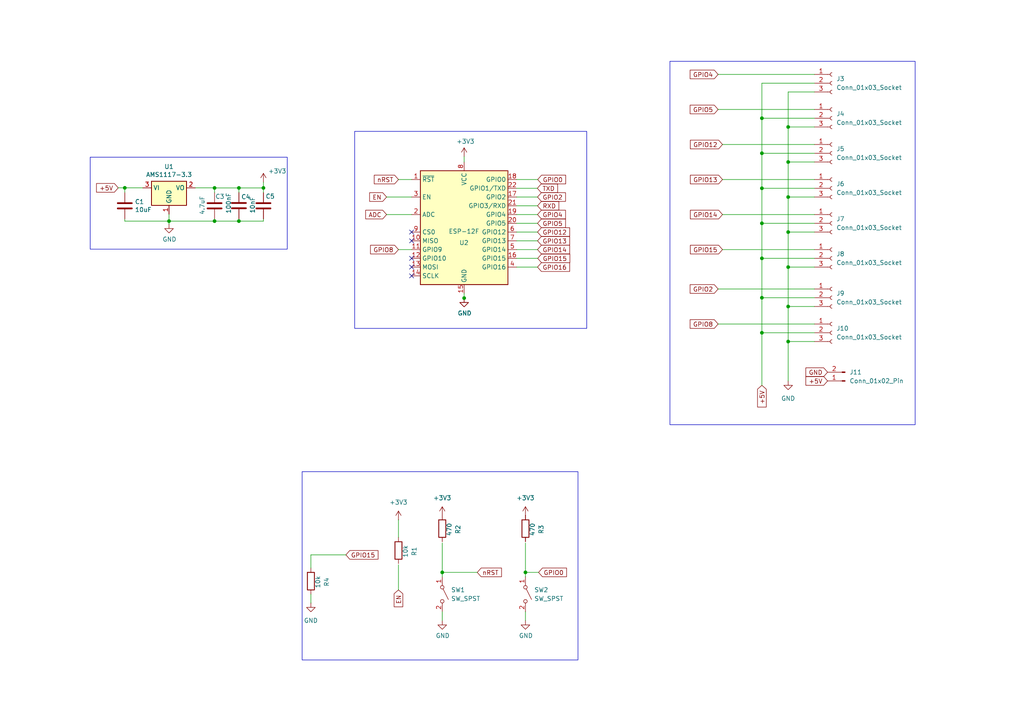
<source format=kicad_sch>
(kicad_sch (version 20231120) (generator "eeschema") (generator_version "8.0")
  (paper "A4")
  (title_block (title "ESP8266 Dev Board") (date "2021-07-03") (rev "v0.1") (comment 3 "Company: ProZ Solutions") (comment 4 "Author: Prabhu"))
  (lib_symbols
    (symbol "Connector:Conn_01x02_Pin" (pin_names (offset 1.016) hide)
      (property "Reference" "J" (at 0 2.54 0))
      (property "Value" "Conn_01x02_Pin" (at 0 -5.08 0))
      (symbol "Conn_01x02_Pin_1_1"
        (polyline (pts (xy 1.27 -2.54) (xy 0.8636 -2.54)) (stroke (width 0.1524)))
        (polyline (pts (xy 1.27 0) (xy 0.8636 0)) (stroke (width 0.1524)))
        (rectangle (start 0.8636 -2.413) (end 0 -2.667) (stroke (width 0.1524)) (fill (type outline)))
        (rectangle (start 0.8636 0.127) (end 0 -0.127) (stroke (width 0.1524)) (fill (type outline)))
        (pin passive line (at 5.08 0 180) (length 3.81) (name "Pin_1") (number "1"))
        (pin passive line (at 5.08 -2.54 180) (length 3.81) (name "Pin_2") (number "2"))
      )
    )
    (symbol "Connector:Conn_01x03_Socket" (pin_names (offset 1.016) hide)
      (property "Reference" "J" (at 0 5.08 0))
      (property "Value" "Conn_01x03_Socket" (at 0 -5.08 0))
      (symbol "Conn_01x03_Socket_1_1"
        (arc (start 0 -2.032) (mid -0.5058 -2.54) (end 0 -3.048) (stroke (width 0.1524)))
        (polyline (pts (xy -1.27 -2.54) (xy -0.508 -2.54)) (stroke (width 0.1524)))
        (polyline (pts (xy -1.27 0) (xy -0.508 0)) (stroke (width 0.1524)))
        (polyline (pts (xy -1.27 2.54) (xy -0.508 2.54)) (stroke (width 0.1524)))
        (arc (start 0 0.508) (mid -0.5058 0) (end 0 -0.508) (stroke (width 0.1524)))
        (arc (start 0 3.048) (mid -0.5058 2.54) (end 0 2.032) (stroke (width 0.1524)))
        (pin passive line (at -5.08 2.54 0) (length 3.81) (name "Pin_1") (number "1"))
        (pin passive line (at -5.08 0 0) (length 3.81) (name "Pin_2") (number "2"))
        (pin passive line (at -5.08 -2.54 0) (length 3.81) (name "Pin_3") (number "3"))
      )
    )
    (symbol "Device:C" (pin_numbers hide) (pin_names (offset 0.254))
      (property "Reference" "C" (at 0.635 2.54 0))
      (property "Value" "C" (at 0.635 -2.54 0))
      (symbol "C_0_1"
        (polyline (pts (xy -2.032 -0.762) (xy 2.032 -0.762)) (stroke (width 0.508)))
        (polyline (pts (xy -2.032 0.762) (xy 2.032 0.762)) (stroke (width 0.508)))
      )
      (symbol "C_1_1"
        (pin passive line (at 0 3.81 270) (length 2.794) (name "~") (number "1"))
        (pin passive line (at 0 -3.81 90) (length 2.794) (name "~") (number "2"))
      )
    )
    (symbol "Device:R" (pin_numbers hide) (pin_names (offset 0))
      (property "Reference" "R" (at 2.032 0 90))
      (property "Value" "R" (at 0 0 90))
      (symbol "R_0_1"
        (rectangle (start -1.016 -2.54) (end 1.016 2.54) (stroke (width 0.254)))
      )
      (symbol "R_1_1"
        (pin passive line (at 0 3.81 270) (length 1.27) (name "~") (number "1"))
        (pin passive line (at 0 -3.81 90) (length 1.27) (name "~") (number "2"))
      )
    )
    (symbol "ESP8266_Dev_Board-rescue:+3.3V-power" (power) (pin_names (offset 0))
      (property "Value" "power_+3.3V" (at 0 3.556 0))
      (symbol "+3.3V-power_0_1"
        (polyline (pts (xy -0.762 1.27) (xy 0 2.54)))
        (polyline (pts (xy 0 0) (xy 0 2.54)))
        (polyline (pts (xy 0 2.54) (xy 0.762 1.27)))
      )
      (symbol "+3.3V-power_1_1"
        (pin power_in line (at 0 0 90) (length 0) hide (name "+3V3") (number "1"))
      )
    )
    (symbol "ESP8266_Dev_Board-rescue:GND-power" (power) (pin_names (offset 0))
      (property "Value" "power_GND" (at 0 -3.81 0))
      (symbol "GND-power_0_1"
        (polyline (pts (xy 0 0) (xy 0 -1.27) (xy 1.27 -1.27) (xy 0 -2.54) (xy -1.27 -1.27) (xy 0 -1.27)))
      )
      (symbol "GND-power_1_1"
        (pin power_in line (at 0 0 270) (length 0) hide (name "GND") (number "1"))
      )
    )
    (symbol "RF_Module:ESP-12F"
      (property "Reference" "U" (at -12.7 19.05 0))
      (property "Value" "ESP-12F" (at 12.7 19.05 0))
      (symbol "ESP-12F_0_1"
        (rectangle (start -12.7 17.78) (end 12.7 -15.24) (stroke (width 0.254)) (fill (type background)))
      )
      (symbol "ESP-12F_1_1"
        (pin input line (at -15.24 15.24 0) (length 2.54) (name "~{RST}") (number "1"))
        (pin bidirectional line (at -15.24 -2.54 0) (length 2.54) (name "MISO") (number "10"))
        (pin bidirectional line (at -15.24 -5.08 0) (length 2.54) (name "GPIO9") (number "11"))
        (pin bidirectional line (at -15.24 -7.62 0) (length 2.54) (name "GPIO10") (number "12"))
        (pin bidirectional line (at -15.24 -10.16 0) (length 2.54) (name "MOSI") (number "13"))
        (pin bidirectional line (at -15.24 -12.7 0) (length 2.54) (name "SCLK") (number "14"))
        (pin power_in line (at 0 -17.78 90) (length 2.54) (name "GND") (number "15"))
        (pin bidirectional line (at 15.24 -7.62 180) (length 2.54) (name "GPIO15") (number "16"))
        (pin bidirectional line (at 15.24 10.16 180) (length 2.54) (name "GPIO2") (number "17"))
        (pin bidirectional line (at 15.24 15.24 180) (length 2.54) (name "GPIO0") (number "18"))
        (pin bidirectional line (at 15.24 5.08 180) (length 2.54) (name "GPIO4") (number "19"))
        (pin input line (at -15.24 5.08 0) (length 2.54) (name "ADC") (number "2"))
        (pin bidirectional line (at 15.24 2.54 180) (length 2.54) (name "GPIO5") (number "20"))
        (pin bidirectional line (at 15.24 7.62 180) (length 2.54) (name "GPIO3/RXD") (number "21"))
        (pin bidirectional line (at 15.24 12.7 180) (length 2.54) (name "GPIO1/TXD") (number "22"))
        (pin input line (at -15.24 10.16 0) (length 2.54) (name "EN") (number "3"))
        (pin bidirectional line (at 15.24 -10.16 180) (length 2.54) (name "GPIO16") (number "4"))
        (pin bidirectional line (at 15.24 -5.08 180) (length 2.54) (name "GPIO14") (number "5"))
        (pin bidirectional line (at 15.24 0 180) (length 2.54) (name "GPIO12") (number "6"))
        (pin bidirectional line (at 15.24 -2.54 180) (length 2.54) (name "GPIO13") (number "7"))
        (pin power_in line (at 0 20.32 270) (length 2.54) (name "VCC") (number "8"))
        (pin input line (at -15.24 0 0) (length 2.54) (name "CS0") (number "9"))
      )
    )
    (symbol "Regulator_Linear:AMS1117-3.3"
      (property "Reference" "U" (at -3.81 3.175 0))
      (property "Value" "AMS1117-3.3" (at 0 3.175 0))
      (symbol "AMS1117-3.3_0_1"
        (rectangle (start -5.08 -5.08) (end 5.08 1.905) (stroke (width 0.254)) (fill (type background)))
      )
      (symbol "AMS1117-3.3_1_1"
        (pin power_in line (at 0 -7.62 90) (length 2.54) (name "GND") (number "1"))
        (pin power_out line (at 7.62 0 180) (length 2.54) (name "VO") (number "2"))
        (pin power_in line (at -7.62 0 0) (length 2.54) (name "VI") (number "3"))
      )
    )
    (symbol "Switch:SW_SPST" (pin_names (offset 0) hide)
      (property "Reference" "SW" (at 0 3.175 0))
      (property "Value" "SW_SPST" (at 0 -2.54 0))
      (symbol "SW_SPST_0_0"
        (circle (center -2.032 0) (radius 0.508))
        (polyline (pts (xy -1.524 0.254) (xy 1.524 1.778)))
        (circle (center 2.032 0) (radius 0.508))
      )
      (symbol "SW_SPST_1_1"
        (pin passive line (at -5.08 0 0) (length 2.54) (name "A") (number "1"))
        (pin passive line (at 5.08 0 180) (length 2.54) (name "B") (number "2"))
      )
    )
    (symbol "power:+3V3" (power) (pin_numbers hide) (pin_names (offset 0) hide)
      (property "Value" "+3V3" (at 0 3.556 0))
      (symbol "+3V3_0_1"
        (polyline (pts (xy -0.762 1.27) (xy 0 2.54)))
        (polyline (pts (xy 0 0) (xy 0 2.54)))
        (polyline (pts (xy 0 2.54) (xy 0.762 1.27)))
      )
      (symbol "+3V3_1_1"
        (pin power_in line (at 0 0 90) (length 0) (name "~") (number "1"))
      )
    )
    (symbol "power:GND" (power) (pin_numbers hide) (pin_names (offset 0) hide)
      (property "Value" "GND" (at 0 -3.81 0))
      (symbol "GND_0_1"
        (polyline (pts (xy 0 0) (xy 0 -1.27) (xy 1.27 -1.27) (xy 0 -2.54) (xy -1.27 -1.27) (xy 0 -1.27)))
      )
      (symbol "GND_1_1"
        (pin power_in line (at 0 0 270) (length 0) (name "~") (number "1"))
      )
    )
  )
  (junction (at 228.6 67.31))
  (junction (at 228.6 46.99))
  (junction (at 128.27 166.0144))
  (junction (at 228.6 57.15))
  (junction (at 220.98 44.45))
  (junction (at 220.98 86.36))
  (junction (at 62.23 64.135))
  (junction (at 228.6 88.9))
  (junction (at 228.6 36.83))
  (junction (at 152.4 166.0144))
  (junction (at 69.2912 54.5084))
  (junction (at 49.022 64.135))
  (junction (at 220.98 54.61))
  (junction (at 220.98 96.52))
  (junction (at 134.62 86.4616))
  (junction (at 69.2912 64.135))
  (junction (at 228.6 99.06))
  (junction (at 220.98 64.77))
  (junction (at 220.98 34.29))
  (junction (at 62.23 54.5084))
  (junction (at 36.195 54.483))
  (junction (at 228.6 77.47))
  (junction (at 76.4032 54.5084))
  (junction (at 220.98 74.93))
  (no_connect (at 119.38 74.93))
  (no_connect (at 119.38 77.47))
  (no_connect (at 119.38 69.85))
  (no_connect (at 119.38 80.01))
  (no_connect (at 119.38 67.31))
  (wire (pts (xy 228.6 26.67) (xy 228.6 36.83)))
  (wire (pts (xy 152.4 157.48) (xy 152.4 166.0144)))
  (wire (pts (xy 228.6 26.67) (xy 236.22 26.67)))
  (wire (pts (xy 228.6 67.31) (xy 236.22 67.31)))
  (wire (pts (xy 155.9052 77.47) (xy 149.86 77.47)))
  (wire (pts (xy 90.17 172.3644) (xy 90.17 174.9044)))
  (wire (pts (xy 76.4032 54.5084) (xy 76.4032 55.88)))
  (wire (pts (xy 220.98 96.52) (xy 236.22 96.52)))
  (wire (pts (xy 149.86 54.61) (xy 155.8544 54.61)))
  (wire (pts (xy 220.98 64.77) (xy 236.22 64.77)))
  (wire (pts (xy 62.23 64.135) (xy 62.23 63.5)))
  (wire (pts (xy 134.62 45.4152) (xy 134.62 46.99)))
  (wire (pts (xy 69.2912 54.5084) (xy 76.4032 54.5084)))
  (wire (pts (xy 208.28 21.59) (xy 236.22 21.59)))
  (wire (pts (xy 236.22 36.83) (xy 228.6 36.83)))
  (wire (pts (xy 115.57 72.39) (xy 119.38 72.39)))
  (wire (pts (xy 228.6 77.47) (xy 228.6 88.9)))
  (wire (pts (xy 209.55 41.91) (xy 236.22 41.91)))
  (wire (pts (xy 119.38 62.23) (xy 112.1156 62.23)))
  (wire (pts (xy 49.022 64.135) (xy 49.022 65.024)))
  (wire (pts (xy 228.6 46.99) (xy 228.6 57.15)))
  (wire (pts (xy 152.4 177.4444) (xy 152.4 179.9844)))
  (wire (pts (xy 34.29 54.483) (xy 36.195 54.483)))
  (wire (pts (xy 76.4032 63.5) (xy 76.4032 64.135)))
  (wire (pts (xy 220.98 54.61) (xy 220.98 64.77)))
  (wire (pts (xy 90.17 160.9344) (xy 90.17 164.7444)))
  (wire (pts (xy 228.6 57.15) (xy 236.22 57.15)))
  (wire (pts (xy 112.1156 57.15) (xy 119.38 57.15)))
  (wire (pts (xy 155.9052 62.23) (xy 149.86 62.23)))
  (wire (pts (xy 152.4 166.0144) (xy 156.21 166.0144)))
  (wire (pts (xy 149.86 64.77) (xy 155.9052 64.77)))
  (wire (pts (xy 152.4 167.2844) (xy 152.4 166.0144)))
  (wire (pts (xy 155.956 52.07) (xy 149.86 52.07)))
  (wire (pts (xy 220.98 86.36) (xy 236.22 86.36)))
  (wire (pts (xy 62.23 54.5084) (xy 62.23 54.483)))
  (wire (pts (xy 220.98 54.61) (xy 236.22 54.61)))
  (wire (pts (xy 236.22 88.9) (xy 228.6 88.9)))
  (wire (pts (xy 228.6 88.9) (xy 228.6 99.06)))
  (wire (pts (xy 69.2912 54.5084) (xy 62.23 54.5084)))
  (wire (pts (xy 76.4032 52.832) (xy 76.4032 54.5084)))
  (wire (pts (xy 220.98 86.36) (xy 220.98 96.52)))
  (wire (pts (xy 220.98 24.13) (xy 220.98 34.29)))
  (wire (pts (xy 208.28 93.98) (xy 236.22 93.98)))
  (wire (pts (xy 128.27 166.0144) (xy 138.43 166.0144)))
  (wire (pts (xy 36.195 63.5) (xy 36.195 64.135)))
  (wire (pts (xy 100.33 160.9344) (xy 90.17 160.9344)))
  (wire (pts (xy 155.956 74.93) (xy 149.86 74.93)))
  (wire (pts (xy 36.195 54.483) (xy 41.402 54.483)))
  (wire (pts (xy 220.98 96.52) (xy 220.98 111.76)))
  (wire (pts (xy 228.6 99.06) (xy 228.6 110.49)))
  (wire (pts (xy 228.6 67.31) (xy 228.6 77.47)))
  (wire (pts (xy 220.98 24.13) (xy 236.22 24.13)))
  (wire (pts (xy 220.98 64.77) (xy 220.98 74.93)))
  (wire (pts (xy 36.195 55.88) (xy 36.195 54.483)))
  (wire (pts (xy 134.62 85.09) (xy 134.62 86.4616)))
  (wire (pts (xy 209.55 72.39) (xy 236.22 72.39)))
  (wire (pts (xy 149.86 59.69) (xy 155.9052 59.69)))
  (wire (pts (xy 236.22 77.47) (xy 228.6 77.47)))
  (wire (pts (xy 220.98 44.45) (xy 220.98 54.61)))
  (wire (pts (xy 128.27 167.2844) (xy 128.27 166.0144)))
  (wire (pts (xy 49.022 64.135) (xy 62.23 64.135)))
  (wire (pts (xy 155.9052 72.39) (xy 149.86 72.39)))
  (wire (pts (xy 209.55 62.23) (xy 236.22 62.23)))
  (wire (pts (xy 115.57 52.07) (xy 119.38 52.07)))
  (wire (pts (xy 128.27 157.48) (xy 128.27 166.0144)))
  (wire (pts (xy 49.022 62.103) (xy 49.022 64.135)))
  (wire (pts (xy 220.98 74.93) (xy 220.98 86.36)))
  (wire (pts (xy 220.98 44.45) (xy 236.22 44.45)))
  (wire (pts (xy 69.2912 64.135) (xy 62.23 64.135)))
  (wire (pts (xy 228.6 46.99) (xy 236.22 46.99)))
  (wire (pts (xy 208.28 83.82) (xy 236.22 83.82)))
  (wire (pts (xy 228.6 57.15) (xy 228.6 67.31)))
  (wire (pts (xy 209.55 52.07) (xy 236.22 52.07)))
  (wire (pts (xy 115.57 171.0944) (xy 115.57 163.83)))
  (wire (pts (xy 36.195 64.135) (xy 49.022 64.135)))
  (wire (pts (xy 228.6 99.06) (xy 236.22 99.06)))
  (wire (pts (xy 62.23 54.483) (xy 56.642 54.483)))
  (wire (pts (xy 115.57 150.7744) (xy 115.57 155.8544)))
  (wire (pts (xy 220.98 34.29) (xy 220.98 44.45)))
  (wire (pts (xy 76.4032 64.135) (xy 69.2912 64.135)))
  (wire (pts (xy 62.23 55.88) (xy 62.23 54.5084)))
  (wire (pts (xy 69.2912 63.4492) (xy 69.2912 64.135)))
  (wire (pts (xy 155.9052 67.31) (xy 149.86 67.31)))
  (wire (pts (xy 220.98 74.93) (xy 236.22 74.93)))
  (wire (pts (xy 155.9052 69.85) (xy 149.86 69.85)))
  (wire (pts (xy 220.98 34.29) (xy 236.22 34.29)))
  (wire (pts (xy 155.9052 57.15) (xy 149.86 57.15)))
  (wire (pts (xy 208.28 31.75) (xy 236.22 31.75)))
  (wire (pts (xy 128.27 177.4444) (xy 128.27 179.9844)))
  (wire (pts (xy 228.6 36.83) (xy 228.6 46.99)))
  (wire (pts (xy 69.2912 55.8292) (xy 69.2912 54.5084)))
  (rectangle (start 102.87 38.1) (end 170.18 95.25))
  (rectangle (start 26.162 45.593) (end 83.312 72.263))
  (rectangle (start 194.31 17.78) (end 265.43 123.19))
  (rectangle (start 87.63 136.8044) (end 167.64 191.4144))
  (global_label "GPIO15" (shape input) (at 155.956 74.93 0) (property "Intersheetrefs" "${INTERSHEET_REFS}" (effects (hide yes))))
  (global_label "GPIO4" (shape input) (at 155.9052 62.23 0) (property "Intersheetrefs" "${INTERSHEET_REFS}" (effects (hide yes))))
  (global_label "+5V" (shape input) (at 240.03 110.49 180) (property "Intersheetrefs" "${INTERSHEET_REFS}" (effects (hide yes))))
  (global_label "GPIO15" (shape input) (at 100.33 160.9344 0) (property "Intersheetrefs" "${INTERSHEET_REFS}" (effects (hide yes))))
  (global_label "nRST" (shape input) (at 115.57 52.07 180) (property "Intersheetrefs" "${INTERSHEET_REFS}" (effects (hide yes))))
  (global_label "GPIO13" (shape input) (at 155.9052 69.85 0) (property "Intersheetrefs" "${INTERSHEET_REFS}" (effects (hide yes))))
  (global_label "RXD" (shape input) (at 155.9052 59.69 0) (property "Intersheetrefs" "${INTERSHEET_REFS}" (effects (hide yes))))
  (global_label "GPIO15" (shape input) (at 209.55 72.39 180) (property "Intersheetrefs" "${INTERSHEET_REFS}" (effects (hide yes))))
  (global_label "GPIO0" (shape input) (at 155.956 52.07 0) (property "Intersheetrefs" "${INTERSHEET_REFS}" (effects (hide yes))))
  (global_label "GPIO14" (shape input) (at 155.9052 72.39 0) (property "Intersheetrefs" "${INTERSHEET_REFS}" (effects (hide yes))))
  (global_label "TXD" (shape input) (at 155.8544 54.61 0) (property "Intersheetrefs" "${INTERSHEET_REFS}" (effects (hide yes))))
  (global_label "GPIO8" (shape input) (at 208.28 93.98 180) (property "Intersheetrefs" "${INTERSHEET_REFS}" (effects (hide yes))))
  (global_label "EN" (shape input) (at 112.1156 57.15 180) (property "Intersheetrefs" "${INTERSHEET_REFS}" (effects (hide yes))))
  (global_label "GND" (shape input) (at 240.03 107.95 180) (property "Intersheetrefs" "${INTERSHEET_REFS}" (effects (hide yes))))
  (global_label "GPIO4" (shape input) (at 208.28 21.59 180) (property "Intersheetrefs" "${INTERSHEET_REFS}" (effects (hide yes))))
  (global_label "+5V" (shape input) (at 34.29 54.483 180) (property "Intersheetrefs" "${INTERSHEET_REFS}" (effects (hide yes))))
  (global_label "EN" (shape input) (at 115.57 171.0944 270) (property "Intersheetrefs" "${INTERSHEET_REFS}" (effects (hide yes))))
  (global_label "+5V" (shape input) (at 220.98 111.76 270) (property "Intersheetrefs" "${INTERSHEET_REFS}" (effects (hide yes))))
  (global_label "GPIO0" (shape input) (at 156.21 166.0144 0) (property "Intersheetrefs" "${INTERSHEET_REFS}" (effects (hide yes))))
  (global_label "nRST" (shape input) (at 138.43 166.0144 0) (property "Intersheetrefs" "${INTERSHEET_REFS}" (effects (hide yes))))
  (global_label "GPIO12" (shape input) (at 155.9052 67.31 0) (property "Intersheetrefs" "${INTERSHEET_REFS}" (effects (hide yes))))
  (global_label "ADC" (shape input) (at 112.1156 62.23 180) (property "Intersheetrefs" "${INTERSHEET_REFS}" (effects (hide yes))))
  (global_label "GPIO5" (shape input) (at 208.28 31.75 180) (property "Intersheetrefs" "${INTERSHEET_REFS}" (effects (hide yes))))
  (global_label "GPIO8" (shape input) (at 115.57 72.39 180) (property "Intersheetrefs" "${INTERSHEET_REFS}" (effects (hide yes))))
  (global_label "GPIO2" (shape input) (at 208.28 83.82 180) (property "Intersheetrefs" "${INTERSHEET_REFS}" (effects (hide yes))))
  (global_label "GPIO16" (shape input) (at 155.9052 77.47 0) (property "Intersheetrefs" "${INTERSHEET_REFS}" (effects (hide yes))))
  (global_label "GPIO5" (shape input) (at 155.9052 64.77 0) (property "Intersheetrefs" "${INTERSHEET_REFS}" (effects (hide yes))))
  (global_label "GPIO2" (shape input) (at 155.9052 57.15 0) (property "Intersheetrefs" "${INTERSHEET_REFS}" (effects (hide yes))))
  (global_label "GPIO12" (shape input) (at 209.55 41.91 180) (property "Intersheetrefs" "${INTERSHEET_REFS}" (effects (hide yes))))
  (global_label "GPIO13" (shape input) (at 209.55 52.07 180) (property "Intersheetrefs" "${INTERSHEET_REFS}" (effects (hide yes))))
  (global_label "GPIO14" (shape input) (at 209.55 62.23 180) (property "Intersheetrefs" "${INTERSHEET_REFS}" (effects (hide yes))))
  (symbol (lib_id "RF_Module:ESP-12F") (at 134.62 67.31 0) (unit 1)
    (property "Reference" "U2" (at 134.5692 70.4088 0))
    (property "Value" "ESP-12F" (at 134.5692 67.1068 0))
    (property "Footprint" "RF_Module:ESP-12E" (effects (hide yes)))
    (property "Datasheet" "http://wiki.ai-thinker.com/_media/esp8266/esp8266_series_modules_user_manual_v1.1.pdf" (effects (hide yes)))
  )
  (symbol (lib_id "Device:C") (at 36.195 59.69 0) (unit 1)
    (property "Reference" "C1" (at 39.116 58.5216 0) (effects (justify left)))
    (property "Value" "10uF" (at 39.116 60.833 0) (effects (justify left)))
    (property "Footprint" "Capacitor_SMD:C_0805_2012Metric_Pad1.18x1.45mm_HandSolder" (effects (hide yes)))
  )
  (symbol (lib_id "Device:C") (at 62.23 59.69 0) (unit 1)
    (property "Reference" "C3" (at 62.4332 56.9976 0) (effects (justify left)))
    (property "Value" "4.7uF" (at 58.674 62.2808 90) (effects (justify left)))
    (property "Footprint" "Capacitor_SMD:C_0805_2012Metric_Pad1.18x1.45mm_HandSolder" (effects (hide yes)))
  )
  (symbol (lib_id "ESP8266_Dev_Board-rescue:GND-power") (at 49.022 65.024 0) (unit 1)
    (property "Reference" "#PWR05" (effects (hide yes)))
    (property "Value" "GND" (at 49.149 69.4182 0))
  )
  (symbol (lib_id "ESP8266_Dev_Board-rescue:+3.3V-power") (at 76.4032 52.832 0) (unit 1)
    (property "Reference" "#PWR09" (effects (hide yes)))
    (property "Value" "+3V3" (at 80.4164 49.6316 0))
  )
  (symbol (lib_id "Regulator_Linear:AMS1117-3.3") (at 49.022 54.483 0) (unit 1)
    (property "Reference" "U1" (at 49.022 48.3362 0))
    (property "Value" "AMS1117-3.3" (at 49.022 50.6476 0))
    (property "Footprint" "Package_TO_SOT_SMD:SOT-223-3_TabPin2" (effects (hide yes)))
    (property "Datasheet" "http://www.advanced-monolithic.com/pdf/ds1117.pdf" (effects (hide yes)))
  )
  (symbol (lib_id "ESP8266_Dev_Board-rescue:+3.3V-power") (at 134.62 45.4152 0) (unit 1)
    (property "Reference" "#PWR010" (effects (hide yes)))
    (property "Value" "+3V3" (at 135.001 41.021 0))
  )
  (symbol (lib_id "ESP8266_Dev_Board-rescue:GND-power") (at 134.62 86.4616 0) (unit 1)
    (property "Reference" "#PWR011" (effects (hide yes)))
    (property "Value" "GND" (at 134.747 90.8558 0))
  )
  (symbol (lib_id "Device:C") (at 69.2912 59.6392 0) (unit 1)
    (property "Reference" "C4" (at 69.9516 57.0992 0) (effects (justify left)))
    (property "Value" "100nF" (at 66.294 61.976 90) (effects (justify left)))
    (property "Footprint" "Capacitor_SMD:C_0805_2012Metric_Pad1.18x1.45mm_HandSolder" (effects (hide yes)))
  )
  (symbol (lib_id "Device:C") (at 76.4032 59.69 0) (unit 1)
    (property "Reference" "C5" (at 77.0128 56.9468 0) (effects (justify left)))
    (property "Value" "10nF" (at 73.2536 61.9252 90) (effects (justify left)))
    (property "Footprint" "Capacitor_SMD:C_0805_2012Metric_Pad1.18x1.45mm_HandSolder" (effects (hide yes)))
  )
  (symbol (lib_id "ESP8266_Dev_Board-rescue:GND-power") (at 152.4 179.9844 0) (unit 1)
    (property "Reference" "#PWR08" (effects (hide yes)))
    (property "Value" "GND" (at 152.527 184.3786 0))
  )
  (symbol (lib_id "Connector:Conn_01x03_Socket") (at 241.3 44.45 0) (unit 1)
    (property "Reference" "J5" (at 242.57 43.1799 0) (effects (justify left)))
    (property "Value" "Conn_01x03_Socket" (at 242.57 45.7199 0) (effects (justify left)))
    (property "Footprint" "Connector_PinHeader_2.54mm:PinHeader_1x03_P2.54mm_Vertical" (effects (hide yes)))
    (property "Description" "Generic connector, single row, 01x03, script generated" (effects (hide yes)))
  )
  (symbol (lib_id "Switch:SW_SPST") (at 128.27 172.3644 270) (unit 1)
    (property "Reference" "SW1" (at 130.81 171.0943 90) (effects (justify left)))
    (property "Value" "SW_SPST" (at 130.81 173.6343 90) (effects (justify left)))
    (property "Footprint" "Button_Switch_THT:SW_PUSH_6mm_H5mm" (effects (hide yes)))
    (property "Description" "Single Pole Single Throw (SPST) switch" (effects (hide yes)))
  )
  (symbol (lib_id "power:GND") (at 90.17 174.9044 0) (unit 1)
    (property "Reference" "#PWR013" (effects (hide yes)))
    (property "Value" "GND" (at 90.17 179.9844 0))
    (property "Description" "Power symbol creates a global label with name \"GND\" , ground" (effects (hide yes)))
  )
  (symbol (lib_id "power:+3V3") (at 128.27 149.5044 0) (unit 1)
    (property "Reference" "#PWR02" (effects (hide yes)))
    (property "Value" "+3V3" (at 128.27 144.4244 0))
    (property "Description" "Power symbol creates a global label with name \"+3V3\"" (effects (hide yes)))
  )
  (symbol (lib_id "Connector:Conn_01x03_Socket") (at 241.3 96.52 0) (unit 1)
    (property "Reference" "J10" (at 242.57 95.2499 0) (effects (justify left)))
    (property "Value" "Conn_01x03_Socket" (at 242.57 97.7899 0) (effects (justify left)))
    (property "Footprint" "Connector_PinHeader_2.54mm:PinHeader_1x03_P2.54mm_Vertical" (effects (hide yes)))
    (property "Description" "Generic connector, single row, 01x03, script generated" (effects (hide yes)))
  )
  (symbol (lib_id "Connector:Conn_01x03_Socket") (at 241.3 74.93 0) (unit 1)
    (property "Reference" "J8" (at 242.57 73.6599 0) (effects (justify left)))
    (property "Value" "Conn_01x03_Socket" (at 242.57 76.1999 0) (effects (justify left)))
    (property "Footprint" "Connector_PinHeader_2.54mm:PinHeader_1x03_P2.54mm_Vertical" (effects (hide yes)))
    (property "Description" "Generic connector, single row, 01x03, script generated" (effects (hide yes)))
  )
  (symbol (lib_id "ESP8266_Dev_Board-rescue:GND-power") (at 128.27 179.9844 0) (unit 1)
    (property "Reference" "#PWR03" (effects (hide yes)))
    (property "Value" "GND" (at 128.397 184.3786 0))
  )
  (symbol (lib_id "Device:R") (at 128.27 153.3144 0) (unit 1)
    (property "Reference" "R2" (at 132.842 153.5684 90))
    (property "Value" "470" (at 130.302 153.5684 90))
    (property "Footprint" "Resistor_SMD:R_0805_2012Metric" (effects (hide yes)))
    (property "Description" "Resistor" (effects (hide yes)))
  )
  (symbol (lib_id "Connector:Conn_01x03_Socket") (at 241.3 34.29 0) (unit 1)
    (property "Reference" "J4" (at 242.57 33.0199 0) (effects (justify left)))
    (property "Value" "Conn_01x03_Socket" (at 242.57 35.5599 0) (effects (justify left)))
    (property "Footprint" "Connector_PinHeader_2.54mm:PinHeader_1x03_P2.54mm_Vertical" (effects (hide yes)))
    (property "Description" "Generic connector, single row, 01x03, script generated" (effects (hide yes)))
  )
  (symbol (lib_id "Device:R") (at 90.17 168.5544 0) (unit 1)
    (property "Reference" "R4" (at 94.742 168.8084 90))
    (property "Value" "10k" (at 92.202 168.8084 90))
    (property "Footprint" "Resistor_SMD:R_0805_2012Metric" (effects (hide yes)))
    (property "Description" "Resistor" (effects (hide yes)))
  )
  (symbol (lib_id "Connector:Conn_01x03_Socket") (at 241.3 64.77 0) (unit 1)
    (property "Reference" "J7" (at 242.57 63.4999 0) (effects (justify left)))
    (property "Value" "Conn_01x03_Socket" (at 242.57 66.0399 0) (effects (justify left)))
    (property "Footprint" "Connector_PinHeader_2.54mm:PinHeader_1x03_P2.54mm_Vertical" (effects (hide yes)))
    (property "Description" "Generic connector, single row, 01x03, script generated" (effects (hide yes)))
  )
  (symbol (lib_id "Connector:Conn_01x03_Socket") (at 241.3 86.36 0) (unit 1)
    (property "Reference" "J9" (at 242.57 85.0899 0) (effects (justify left)))
    (property "Value" "Conn_01x03_Socket" (at 242.57 87.6299 0) (effects (justify left)))
    (property "Footprint" "Connector_PinHeader_2.54mm:PinHeader_1x03_P2.54mm_Vertical" (effects (hide yes)))
    (property "Description" "Generic connector, single row, 01x03, script generated" (effects (hide yes)))
  )
  (symbol (lib_id "Device:R") (at 115.57 159.6644 0) (unit 1)
    (property "Reference" "R1" (at 120.142 159.9184 90))
    (property "Value" "10k" (at 117.602 159.9184 90))
    (property "Footprint" "Resistor_SMD:R_0805_2012Metric" (effects (hide yes)))
    (property "Description" "Resistor" (effects (hide yes)))
  )
  (symbol (lib_id "Connector:Conn_01x02_Pin") (at 245.11 110.49 180) (unit 1)
    (property "Reference" "J11" (at 246.38 107.9499 0) (effects (justify right)))
    (property "Value" "Conn_01x02_Pin" (at 246.38 110.4899 0) (effects (justify right)))
    (property "Footprint" "TerminalBlock_Phoenix:TerminalBlock_Phoenix_MKDS-1,5-2-5.08_1x02_P5.08mm_Horizontal" (effects (hide yes)))
    (property "Description" "Generic connector, single row, 01x02, script generated" (effects (hide yes)))
  )
  (symbol (lib_id "ESP8266_Dev_Board-rescue:GND-power") (at 134.62 86.4616 0) (unit 1)
    (property "Reference" "#PWR04" (effects (hide yes)))
    (property "Value" "GND" (at 134.747 90.8558 0))
  )
  (symbol (lib_id "power:+3V3") (at 152.4 149.5044 0) (unit 1)
    (property "Reference" "#PWR012" (effects (hide yes)))
    (property "Value" "+3V3" (at 152.4 144.4244 0))
    (property "Description" "Power symbol creates a global label with name \"+3V3\"" (effects (hide yes)))
  )
  (symbol (lib_id "power:GND") (at 228.6 110.49 0) (unit 1)
    (property "Reference" "#PWR014" (effects (hide yes)))
    (property "Value" "GND" (at 228.6 115.57 0))
    (property "Description" "Power symbol creates a global label with name \"GND\" , ground" (effects (hide yes)))
  )
  (symbol (lib_id "Connector:Conn_01x03_Socket") (at 241.3 24.13 0) (unit 1)
    (property "Reference" "J3" (at 242.57 22.8599 0) (effects (justify left)))
    (property "Value" "Conn_01x03_Socket" (at 242.57 25.3999 0) (effects (justify left)))
    (property "Footprint" "Connector_PinHeader_2.54mm:PinHeader_1x03_P2.54mm_Vertical" (effects (hide yes)))
    (property "Description" "Generic connector, single row, 01x03, script generated" (effects (hide yes)))
  )
  (symbol (lib_id "Connector:Conn_01x03_Socket") (at 241.3 54.61 0) (unit 1)
    (property "Reference" "J6" (at 242.57 53.3399 0) (effects (justify left)))
    (property "Value" "Conn_01x03_Socket" (at 242.57 55.8799 0) (effects (justify left)))
    (property "Footprint" "Connector_PinHeader_2.54mm:PinHeader_1x03_P2.54mm_Vertical" (effects (hide yes)))
    (property "Description" "Generic connector, single row, 01x03, script generated" (effects (hide yes)))
  )
  (symbol (lib_id "Switch:SW_SPST") (at 152.4 172.3644 270) (unit 1)
    (property "Reference" "SW2" (at 154.94 171.0943 90) (effects (justify left)))
    (property "Value" "SW_SPST" (at 154.94 173.6343 90) (effects (justify left)))
    (property "Footprint" "Button_Switch_THT:SW_PUSH_6mm_H5mm" (effects (hide yes)))
    (property "Description" "Single Pole Single Throw (SPST) switch" (effects (hide yes)))
  )
  (symbol (lib_id "power:+3V3") (at 115.57 150.7744 0) (unit 1)
    (property "Reference" "#PWR01" (effects (hide yes)))
    (property "Value" "+3V3" (at 115.57 145.6944 0))
    (property "Description" "Power symbol creates a global label with name \"+3V3\"" (effects (hide yes)))
  )
  (symbol (lib_id "Device:R") (at 152.4 153.3144 0) (unit 1)
    (property "Reference" "R3" (at 156.972 153.5684 90))
    (property "Value" "470" (at 154.432 153.5684 90))
    (property "Footprint" "Resistor_SMD:R_0805_2012Metric" (effects (hide yes)))
    (property "Description" "Resistor" (effects (hide yes)))
  )
)
</source>
